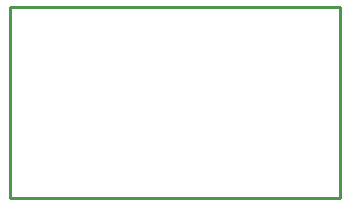
<source format=gbr>
G04 EAGLE Gerber RS-274X export*
G75*
%MOMM*%
%FSLAX34Y34*%
%LPD*%
%IN*%
%IPPOS*%
%AMOC8*
5,1,8,0,0,1.08239X$1,22.5*%
G01*
%ADD10C,0.254000*%


D10*
X0Y0D02*
X279200Y0D01*
X279200Y161800D01*
X0Y161800D01*
X0Y0D01*
M02*

</source>
